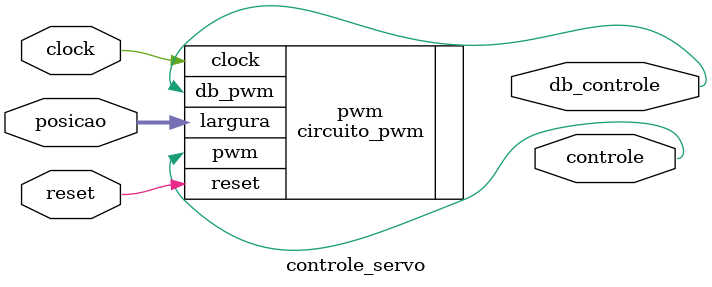
<source format=v>
/*
 * controle_servo.v - descrição comportamental
 *
 * controla um servomotor
 * ------------------------------------------------------------------------
 * Revisoes  :
 *     Data        Versao  Autor             Descricao
 *     02/09/2025  1.0     Andre Ito         criacao
 *                         Paulo Yamaguti
 *                         Roberto Hiraoka
 * ------------------------------------------------------------------------
 */

module controle_servo (
    input wire clock,
    input wire reset,
    input wire [1:0] posicao,
    output wire controle,
    output wire db_controle
);

// clock da FPGA: 50MHz, T = 20ns

circuito_pwm #(
    .conf_periodo (1000000), // f = 50 Hz, T = 20ms
    .largura_00   (0),       // T = 0ms
    .largura_01   (50000),   // T = 1ms
    .largura_10   (75000),   // T = 1.5ms
    .largura_11   (100000)  // T = 2ms
) pwm (
    .clock   (clock),
    .reset   (reset),
    .largura (posicao),
    .pwm     (controle),
    .db_pwm  (db_controle)
);

endmodule
</source>
